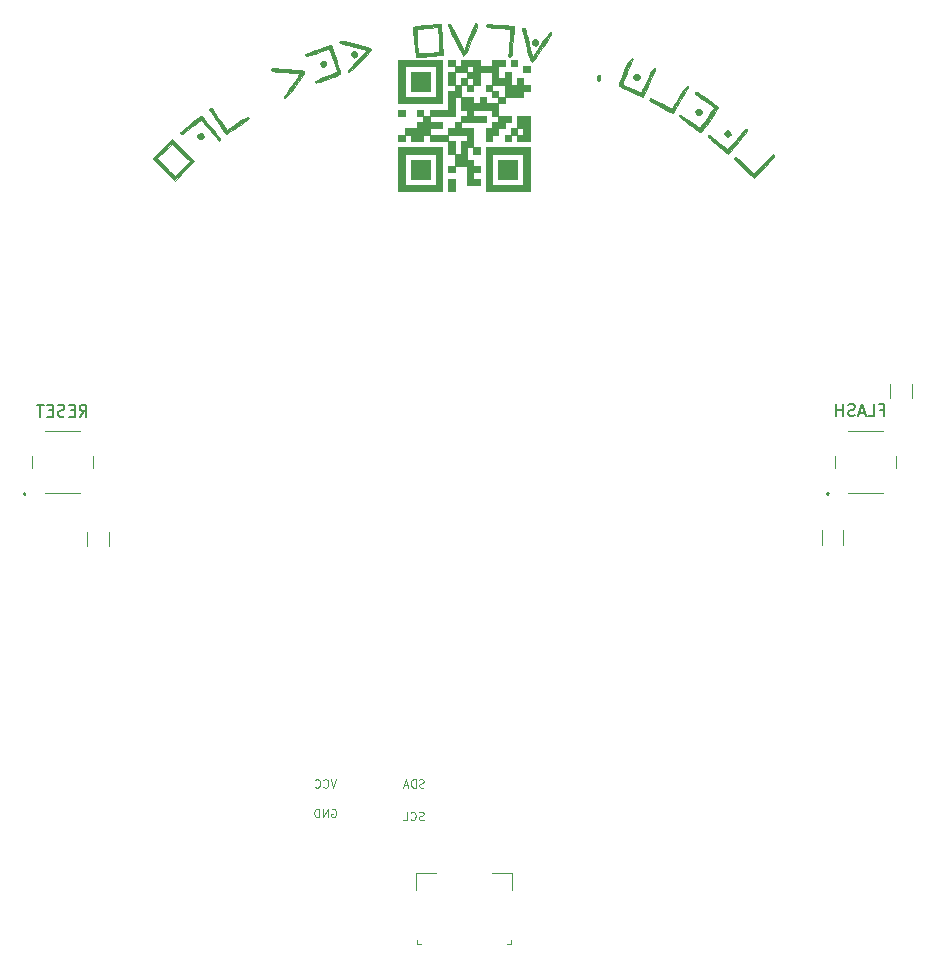
<source format=gbo>
G04 #@! TF.GenerationSoftware,KiCad,Pcbnew,(5.1.5)-3*
G04 #@! TF.CreationDate,2020-02-24T13:55:18+01:00*
G04 #@! TF.ProjectId,Badge,42616467-652e-46b6-9963-61645f706362,rev?*
G04 #@! TF.SameCoordinates,PX3473bc0PY3567e00*
G04 #@! TF.FileFunction,Legend,Bot*
G04 #@! TF.FilePolarity,Positive*
%FSLAX46Y46*%
G04 Gerber Fmt 4.6, Leading zero omitted, Abs format (unit mm)*
G04 Created by KiCad (PCBNEW (5.1.5)-3) date 2020-02-24 13:55:18*
%MOMM*%
%LPD*%
G04 APERTURE LIST*
%ADD10C,0.010000*%
%ADD11C,0.200000*%
%ADD12C,0.100000*%
%ADD13C,0.120000*%
%ADD14C,0.150000*%
G04 APERTURE END LIST*
D10*
G36*
X4505740Y25584522D02*
G01*
X2915479Y25584522D01*
X2915479Y23994261D01*
X4505740Y23994261D01*
X4505740Y25584522D01*
G37*
X4505740Y25584522D02*
X2915479Y25584522D01*
X2915479Y23994261D01*
X4505740Y23994261D01*
X4505740Y25584522D01*
G36*
X-2915478Y25584522D02*
G01*
X-4505739Y25584522D01*
X-4505739Y23994261D01*
X-2915478Y23994261D01*
X-2915478Y25584522D01*
G37*
X-2915478Y25584522D02*
X-4505739Y25584522D01*
X-4505739Y23994261D01*
X-2915478Y23994261D01*
X-2915478Y25584522D01*
G36*
X2385392Y30885392D02*
G01*
X2915479Y30885392D01*
X2915479Y31415479D01*
X2385392Y31415479D01*
X2385392Y30885392D01*
G37*
X2385392Y30885392D02*
X2915479Y30885392D01*
X2915479Y31415479D01*
X2385392Y31415479D01*
X2385392Y30885392D01*
G36*
X2385392Y31945566D02*
G01*
X1855305Y31945566D01*
X1855305Y31415479D01*
X2385392Y31415479D01*
X2385392Y31945566D01*
G37*
X2385392Y31945566D02*
X1855305Y31945566D01*
X1855305Y31415479D01*
X2385392Y31415479D01*
X2385392Y31945566D01*
G36*
X265044Y31415479D02*
G01*
X795131Y31415479D01*
X795131Y31945566D01*
X265044Y31945566D01*
X265044Y31415479D01*
G37*
X265044Y31415479D02*
X795131Y31415479D01*
X795131Y31945566D01*
X265044Y31945566D01*
X265044Y31415479D01*
G36*
X265044Y32475653D02*
G01*
X-265043Y32475653D01*
X-265043Y31945566D01*
X265044Y31945566D01*
X265044Y32475653D01*
G37*
X265044Y32475653D02*
X-265043Y32475653D01*
X-265043Y31945566D01*
X265044Y31945566D01*
X265044Y32475653D01*
G36*
X-2915478Y33005740D02*
G01*
X-4505739Y33005740D01*
X-4505739Y31415479D01*
X-2915478Y31415479D01*
X-2915478Y33005740D01*
G37*
X-2915478Y33005740D02*
X-4505739Y33005740D01*
X-4505739Y31415479D01*
X-2915478Y31415479D01*
X-2915478Y33005740D01*
G36*
X-795130Y23994261D02*
G01*
X-1325217Y23994261D01*
X-1325217Y22934087D01*
X-795130Y22934087D01*
X-795130Y23994261D01*
G37*
X-795130Y23994261D02*
X-1325217Y23994261D01*
X-1325217Y22934087D01*
X-795130Y22934087D01*
X-795130Y23994261D01*
G36*
X5565914Y26644696D02*
G01*
X1855305Y26644696D01*
X1855305Y23464174D01*
X2385392Y23464174D01*
X2385392Y26114609D01*
X5035827Y26114609D01*
X5035827Y23464174D01*
X2385392Y23464174D01*
X1855305Y23464174D01*
X1855305Y22934087D01*
X5565914Y22934087D01*
X5565914Y26644696D01*
G37*
X5565914Y26644696D02*
X1855305Y26644696D01*
X1855305Y23464174D01*
X2385392Y23464174D01*
X2385392Y26114609D01*
X5035827Y26114609D01*
X5035827Y23464174D01*
X2385392Y23464174D01*
X1855305Y23464174D01*
X1855305Y22934087D01*
X5565914Y22934087D01*
X5565914Y26644696D01*
G36*
X-1855304Y26644696D02*
G01*
X-5565913Y26644696D01*
X-5565913Y23464174D01*
X-5035826Y23464174D01*
X-5035826Y26114609D01*
X-2385391Y26114609D01*
X-2385391Y23464174D01*
X-5035826Y23464174D01*
X-5565913Y23464174D01*
X-5565913Y22934087D01*
X-1855304Y22934087D01*
X-1855304Y26644696D01*
G37*
X-1855304Y26644696D02*
X-5565913Y26644696D01*
X-5565913Y23464174D01*
X-5035826Y23464174D01*
X-5035826Y26114609D01*
X-2385391Y26114609D01*
X-2385391Y23464174D01*
X-5035826Y23464174D01*
X-5565913Y23464174D01*
X-5565913Y22934087D01*
X-1855304Y22934087D01*
X-1855304Y26644696D01*
G36*
X3445566Y27704870D02*
G01*
X3445566Y27174783D01*
X3975653Y27174783D01*
X3975653Y27704870D01*
X3445566Y27704870D01*
G37*
X3445566Y27704870D02*
X3445566Y27174783D01*
X3975653Y27174783D01*
X3975653Y27704870D01*
X3445566Y27704870D01*
G36*
X4505740Y27704870D02*
G01*
X4505740Y28234957D01*
X5035827Y28234957D01*
X5035827Y27704870D01*
X4505740Y27704870D01*
X4505740Y27174783D01*
X5565914Y27174783D01*
X5565914Y29295131D01*
X4505740Y29295131D01*
X4505740Y28234957D01*
X3975653Y28234957D01*
X3975653Y27704870D01*
X4505740Y27704870D01*
G37*
X4505740Y27704870D02*
X4505740Y28234957D01*
X5035827Y28234957D01*
X5035827Y27704870D01*
X4505740Y27704870D01*
X4505740Y27174783D01*
X5565914Y27174783D01*
X5565914Y29295131D01*
X4505740Y29295131D01*
X4505740Y28234957D01*
X3975653Y28234957D01*
X3975653Y27704870D01*
X4505740Y27704870D01*
G36*
X-5035826Y29825218D02*
G01*
X-5565913Y29825218D01*
X-5565913Y29295131D01*
X-5035826Y29295131D01*
X-5035826Y29825218D01*
G37*
X-5035826Y29825218D02*
X-5565913Y29825218D01*
X-5565913Y29295131D01*
X-5035826Y29295131D01*
X-5035826Y29825218D01*
G36*
X5565914Y33535827D02*
G01*
X5035827Y33535827D01*
X5035827Y33005740D01*
X5565914Y33005740D01*
X5565914Y33535827D01*
G37*
X5565914Y33535827D02*
X5035827Y33535827D01*
X5035827Y33005740D01*
X5565914Y33005740D01*
X5565914Y33535827D01*
G36*
X4505740Y34065914D02*
G01*
X3975653Y34065914D01*
X3975653Y33535827D01*
X4505740Y33535827D01*
X4505740Y34065914D01*
G37*
X4505740Y34065914D02*
X3975653Y34065914D01*
X3975653Y33535827D01*
X4505740Y33535827D01*
X4505740Y34065914D01*
G36*
X795131Y28234957D02*
G01*
X-265043Y28234957D01*
X-265043Y28765044D01*
X-795130Y28765044D01*
X-795130Y28234957D01*
X-1325217Y28234957D01*
X-1325217Y27704870D01*
X265044Y27704870D01*
X265044Y27174783D01*
X-265043Y27174783D01*
X-265043Y26114609D01*
X-795130Y26114609D01*
X-795130Y25054435D01*
X265044Y25054435D01*
X265044Y23464174D01*
X1325218Y23464174D01*
X1325218Y23994261D01*
X795131Y23994261D01*
X795131Y24524348D01*
X1325218Y24524348D01*
X1325218Y25054435D01*
X795131Y25054435D01*
X795131Y25584522D01*
X265044Y25584522D01*
X265044Y26644696D01*
X795131Y26644696D01*
X795131Y28234957D01*
G37*
X795131Y28234957D02*
X-265043Y28234957D01*
X-265043Y28765044D01*
X-795130Y28765044D01*
X-795130Y28234957D01*
X-1325217Y28234957D01*
X-1325217Y27704870D01*
X265044Y27704870D01*
X265044Y27174783D01*
X-265043Y27174783D01*
X-265043Y26114609D01*
X-795130Y26114609D01*
X-795130Y25054435D01*
X265044Y25054435D01*
X265044Y23464174D01*
X1325218Y23464174D01*
X1325218Y23994261D01*
X795131Y23994261D01*
X795131Y24524348D01*
X1325218Y24524348D01*
X1325218Y25054435D01*
X795131Y25054435D01*
X795131Y25584522D01*
X265044Y25584522D01*
X265044Y26644696D01*
X795131Y26644696D01*
X795131Y28234957D01*
G36*
X-3445565Y28765044D02*
G01*
X-3975652Y28765044D01*
X-3975652Y28234957D01*
X-5035826Y28234957D01*
X-5035826Y27704870D01*
X-4505739Y27704870D01*
X-4505739Y27174783D01*
X-3445565Y27174783D01*
X-3445565Y27704870D01*
X-2915478Y27704870D01*
X-2915478Y28234957D01*
X-1855304Y28234957D01*
X-1855304Y28765044D01*
X-2915478Y28765044D01*
X-2915478Y29295131D01*
X-3445565Y29295131D01*
X-3445565Y28765044D01*
G37*
X-3445565Y28765044D02*
X-3975652Y28765044D01*
X-3975652Y28234957D01*
X-5035826Y28234957D01*
X-5035826Y27704870D01*
X-4505739Y27704870D01*
X-4505739Y27174783D01*
X-3445565Y27174783D01*
X-3445565Y27704870D01*
X-2915478Y27704870D01*
X-2915478Y28234957D01*
X-1855304Y28234957D01*
X-1855304Y28765044D01*
X-2915478Y28765044D01*
X-2915478Y29295131D01*
X-3445565Y29295131D01*
X-3445565Y28765044D01*
G36*
X2915479Y30355305D02*
G01*
X1855305Y30355305D01*
X1855305Y30885392D01*
X1325218Y30885392D01*
X1325218Y30355305D01*
X795131Y30355305D01*
X795131Y30885392D01*
X-265043Y30885392D01*
X-265043Y29825218D01*
X265044Y29825218D01*
X265044Y29295131D01*
X-265043Y29295131D01*
X-265043Y28765044D01*
X1855305Y28765044D01*
X1855305Y29295131D01*
X795131Y29295131D01*
X795131Y29825218D01*
X2385392Y29825218D01*
X2385392Y29295131D01*
X2915479Y29295131D01*
X2915479Y30355305D01*
G37*
X2915479Y30355305D02*
X1855305Y30355305D01*
X1855305Y30885392D01*
X1325218Y30885392D01*
X1325218Y30355305D01*
X795131Y30355305D01*
X795131Y30885392D01*
X-265043Y30885392D01*
X-265043Y29825218D01*
X265044Y29825218D01*
X265044Y29295131D01*
X-265043Y29295131D01*
X-265043Y28765044D01*
X1855305Y28765044D01*
X1855305Y29295131D01*
X795131Y29295131D01*
X795131Y29825218D01*
X2385392Y29825218D01*
X2385392Y29295131D01*
X2915479Y29295131D01*
X2915479Y30355305D01*
G36*
X795131Y26114609D02*
G01*
X1325218Y26114609D01*
X1325218Y26644696D01*
X795131Y26644696D01*
X795131Y26114609D01*
G37*
X795131Y26114609D02*
X1325218Y26114609D01*
X1325218Y26644696D01*
X795131Y26644696D01*
X795131Y26114609D01*
G36*
X265044Y32475653D02*
G01*
X795131Y32475653D01*
X795131Y31945566D01*
X1325218Y31945566D01*
X1325218Y33005740D01*
X2385392Y33005740D01*
X2385392Y31945566D01*
X3445566Y31945566D01*
X3445566Y30885392D01*
X5035827Y30885392D01*
X5035827Y31415479D01*
X5565914Y31415479D01*
X5565914Y31945566D01*
X5035827Y31945566D01*
X5035827Y32475653D01*
X4505740Y32475653D01*
X4505740Y31945566D01*
X3975653Y31945566D01*
X3975653Y33005740D01*
X3445566Y33005740D01*
X3445566Y32475653D01*
X2915479Y32475653D01*
X2915479Y33535827D01*
X3445566Y33535827D01*
X3445566Y34065914D01*
X2385392Y34065914D01*
X2385392Y33535827D01*
X1325218Y33535827D01*
X1325218Y34065914D01*
X-265043Y34065914D01*
X-265043Y33535827D01*
X265044Y33535827D01*
X795131Y33535827D01*
X795131Y33005740D01*
X265044Y33005740D01*
X265044Y33535827D01*
X-265043Y33535827D01*
X-795130Y33535827D01*
X-795130Y33005740D01*
X265044Y33005740D01*
X265044Y32475653D01*
G37*
X265044Y32475653D02*
X795131Y32475653D01*
X795131Y31945566D01*
X1325218Y31945566D01*
X1325218Y33005740D01*
X2385392Y33005740D01*
X2385392Y31945566D01*
X3445566Y31945566D01*
X3445566Y30885392D01*
X5035827Y30885392D01*
X5035827Y31415479D01*
X5565914Y31415479D01*
X5565914Y31945566D01*
X5035827Y31945566D01*
X5035827Y32475653D01*
X4505740Y32475653D01*
X4505740Y31945566D01*
X3975653Y31945566D01*
X3975653Y33005740D01*
X3445566Y33005740D01*
X3445566Y32475653D01*
X2915479Y32475653D01*
X2915479Y33535827D01*
X3445566Y33535827D01*
X3445566Y34065914D01*
X2385392Y34065914D01*
X2385392Y33535827D01*
X1325218Y33535827D01*
X1325218Y34065914D01*
X-265043Y34065914D01*
X-265043Y33535827D01*
X265044Y33535827D01*
X795131Y33535827D01*
X795131Y33005740D01*
X265044Y33005740D01*
X265044Y33535827D01*
X-265043Y33535827D01*
X-795130Y33535827D01*
X-795130Y33005740D01*
X265044Y33005740D01*
X265044Y32475653D01*
G36*
X-3445565Y29825218D02*
G01*
X-3975652Y29825218D01*
X-3975652Y29295131D01*
X-3445565Y29295131D01*
X-3445565Y29825218D01*
G37*
X-3445565Y29825218D02*
X-3975652Y29825218D01*
X-3975652Y29295131D01*
X-3445565Y29295131D01*
X-3445565Y29825218D01*
G36*
X-2915478Y27174783D02*
G01*
X-1325217Y27174783D01*
X-1325217Y27704870D01*
X-2915478Y27704870D01*
X-2915478Y27174783D01*
G37*
X-2915478Y27174783D02*
X-1325217Y27174783D01*
X-1325217Y27704870D01*
X-2915478Y27704870D01*
X-2915478Y27174783D01*
G36*
X-1325217Y26114609D02*
G01*
X-795130Y26114609D01*
X-795130Y27174783D01*
X-1325217Y27174783D01*
X-1325217Y26114609D01*
G37*
X-1325217Y26114609D02*
X-795130Y26114609D01*
X-795130Y27174783D01*
X-1325217Y27174783D01*
X-1325217Y26114609D01*
G36*
X2915479Y28765044D02*
G01*
X2385392Y28765044D01*
X2385392Y28234957D01*
X1855305Y28234957D01*
X1855305Y27174783D01*
X2385392Y27174783D01*
X2385392Y27704870D01*
X2915479Y27704870D01*
X2915479Y28234957D01*
X3445566Y28234957D01*
X3445566Y28765044D01*
X3975653Y28765044D01*
X3975653Y29295131D01*
X2915479Y29295131D01*
X2915479Y28765044D01*
G37*
X2915479Y28765044D02*
X2385392Y28765044D01*
X2385392Y28234957D01*
X1855305Y28234957D01*
X1855305Y27174783D01*
X2385392Y27174783D01*
X2385392Y27704870D01*
X2915479Y27704870D01*
X2915479Y28234957D01*
X3445566Y28234957D01*
X3445566Y28765044D01*
X3975653Y28765044D01*
X3975653Y29295131D01*
X2915479Y29295131D01*
X2915479Y28765044D01*
G36*
X-5565913Y27704870D02*
G01*
X-5565913Y27174783D01*
X-5035826Y27174783D01*
X-5035826Y27704870D01*
X-5565913Y27704870D01*
G37*
X-5565913Y27704870D02*
X-5565913Y27174783D01*
X-5035826Y27174783D01*
X-5035826Y27704870D01*
X-5565913Y27704870D01*
G36*
X2915479Y30885392D02*
G01*
X2915479Y30355305D01*
X3445566Y30355305D01*
X3445566Y30885392D01*
X2915479Y30885392D01*
G37*
X2915479Y30885392D02*
X2915479Y30355305D01*
X3445566Y30355305D01*
X3445566Y30885392D01*
X2915479Y30885392D01*
G36*
X-1325217Y33005740D02*
G01*
X-1325217Y31945566D01*
X-795130Y31945566D01*
X-795130Y33005740D01*
X-1325217Y33005740D01*
G37*
X-1325217Y33005740D02*
X-1325217Y31945566D01*
X-795130Y31945566D01*
X-795130Y33005740D01*
X-1325217Y33005740D01*
G36*
X-795130Y31415479D02*
G01*
X-1325217Y31415479D01*
X-1325217Y29825218D01*
X-2915478Y29825218D01*
X-2915478Y29295131D01*
X-795130Y29295131D01*
X-795130Y30885392D01*
X-265043Y30885392D01*
X-265043Y31945566D01*
X-795130Y31945566D01*
X-795130Y31415479D01*
G37*
X-795130Y31415479D02*
X-1325217Y31415479D01*
X-1325217Y29825218D01*
X-2915478Y29825218D01*
X-2915478Y29295131D01*
X-795130Y29295131D01*
X-795130Y30885392D01*
X-265043Y30885392D01*
X-265043Y31945566D01*
X-795130Y31945566D01*
X-795130Y31415479D01*
G36*
X-1325217Y25054435D02*
G01*
X-1325217Y24524348D01*
X-795130Y24524348D01*
X-795130Y25054435D01*
X-1325217Y25054435D01*
G37*
X-1325217Y25054435D02*
X-1325217Y24524348D01*
X-795130Y24524348D01*
X-795130Y25054435D01*
X-1325217Y25054435D01*
G36*
X-795130Y34065914D02*
G01*
X-1325217Y34065914D01*
X-1325217Y33535827D01*
X-795130Y33535827D01*
X-795130Y34065914D01*
G37*
X-795130Y34065914D02*
X-1325217Y34065914D01*
X-1325217Y33535827D01*
X-795130Y33535827D01*
X-795130Y34065914D01*
G36*
X-1855304Y34065914D02*
G01*
X-5565913Y34065914D01*
X-5565913Y30885392D01*
X-5035826Y30885392D01*
X-5035826Y33535827D01*
X-2385391Y33535827D01*
X-2385391Y30885392D01*
X-5035826Y30885392D01*
X-5565913Y30885392D01*
X-5565913Y30355305D01*
X-1855304Y30355305D01*
X-1855304Y34065914D01*
G37*
X-1855304Y34065914D02*
X-5565913Y34065914D01*
X-5565913Y30885392D01*
X-5035826Y30885392D01*
X-5035826Y33535827D01*
X-2385391Y33535827D01*
X-2385391Y30885392D01*
X-5035826Y30885392D01*
X-5565913Y30885392D01*
X-5565913Y30355305D01*
X-1855304Y30355305D01*
X-1855304Y34065914D01*
D11*
X30800000Y-2800000D02*
G75*
G03X30800000Y-2600000I0J100000D01*
G01*
X30800000Y-2600000D02*
G75*
G03X30800000Y-2800000I0J-100000D01*
G01*
D12*
X36600000Y-500000D02*
X36600000Y500000D01*
X31400000Y-500000D02*
X31400000Y500000D01*
X32500000Y2600000D02*
X35500000Y2600000D01*
X32500000Y-2600000D02*
X35500000Y-2600000D01*
D11*
X30800000Y-2600000D02*
X30800000Y-2600000D01*
X30800000Y-2800000D02*
X30800000Y-2800000D01*
X-37200000Y-2800000D02*
G75*
G03X-37200000Y-2600000I0J100000D01*
G01*
X-37200000Y-2600000D02*
G75*
G03X-37200000Y-2800000I0J-100000D01*
G01*
D12*
X-31400000Y-500000D02*
X-31400000Y500000D01*
X-36600000Y-500000D02*
X-36600000Y500000D01*
X-35500000Y2600000D02*
X-32500000Y2600000D01*
X-35500000Y-2600000D02*
X-32500000Y-2600000D01*
D11*
X-37200000Y-2600000D02*
X-37200000Y-2600000D01*
X-37200000Y-2800000D02*
X-37200000Y-2800000D01*
D10*
G36*
X5885711Y35789298D02*
G01*
X5755828Y35666588D01*
X5733151Y35480135D01*
X5763593Y35398971D01*
X5903715Y35273194D01*
X6088364Y35242469D01*
X6208889Y35297778D01*
X6273083Y35463611D01*
X6230845Y35655184D01*
X6103913Y35787570D01*
X6081285Y35796338D01*
X5885711Y35789298D01*
G37*
X5885711Y35789298D02*
X5755828Y35666588D01*
X5733151Y35480135D01*
X5763593Y35398971D01*
X5903715Y35273194D01*
X6088364Y35242469D01*
X6208889Y35297778D01*
X6273083Y35463611D01*
X6230845Y35655184D01*
X6103913Y35787570D01*
X6081285Y35796338D01*
X5885711Y35789298D01*
G36*
X927428Y37083225D02*
G01*
X838006Y36874607D01*
X706855Y36564467D01*
X545600Y36180230D01*
X455331Y35964136D01*
X-37756Y34781939D01*
X-585900Y35942970D01*
X-783315Y36346479D01*
X-964093Y36689045D01*
X-1113124Y36944026D01*
X-1215298Y37084780D01*
X-1244355Y37104000D01*
X-1345986Y37061420D01*
X-1354666Y37034451D01*
X-1318798Y36908573D01*
X-1221350Y36670292D01*
X-1077552Y36350460D01*
X-902638Y35979925D01*
X-711838Y35589538D01*
X-520384Y35210148D01*
X-343509Y34872607D01*
X-196445Y34607763D01*
X-94422Y34446467D01*
X-59770Y34411821D01*
X17620Y34465076D01*
X137958Y34653342D01*
X305085Y34983850D01*
X522836Y35463832D01*
X631421Y35714326D01*
X846612Y36224714D01*
X995242Y36600301D01*
X1083289Y36859294D01*
X1116730Y37019903D01*
X1101541Y37100336D01*
X1089770Y37110735D01*
X983388Y37162653D01*
X963495Y37162897D01*
X927428Y37083225D01*
G37*
X927428Y37083225D02*
X838006Y36874607D01*
X706855Y36564467D01*
X545600Y36180230D01*
X455331Y35964136D01*
X-37756Y34781939D01*
X-585900Y35942970D01*
X-783315Y36346479D01*
X-964093Y36689045D01*
X-1113124Y36944026D01*
X-1215298Y37084780D01*
X-1244355Y37104000D01*
X-1345986Y37061420D01*
X-1354666Y37034451D01*
X-1318798Y36908573D01*
X-1221350Y36670292D01*
X-1077552Y36350460D01*
X-902638Y35979925D01*
X-711838Y35589538D01*
X-520384Y35210148D01*
X-343509Y34872607D01*
X-196445Y34607763D01*
X-94422Y34446467D01*
X-59770Y34411821D01*
X17620Y34465076D01*
X137958Y34653342D01*
X305085Y34983850D01*
X522836Y35463832D01*
X631421Y35714326D01*
X846612Y36224714D01*
X995242Y36600301D01*
X1083289Y36859294D01*
X1116730Y37019903D01*
X1101541Y37100336D01*
X1089770Y37110735D01*
X983388Y37162653D01*
X963495Y37162897D01*
X927428Y37083225D01*
G36*
X1867618Y37033402D02*
G01*
X1862667Y36992129D01*
X1879490Y36912923D01*
X1946904Y36854237D01*
X2090329Y36810163D01*
X2335185Y36774793D01*
X2706892Y36742220D01*
X3037087Y36719183D01*
X3915173Y36660934D01*
X3859258Y35718300D01*
X3832298Y35311354D01*
X3802994Y34945988D01*
X3775326Y34668219D01*
X3757611Y34542834D01*
X3749070Y34367194D01*
X3827818Y34310401D01*
X3840610Y34310000D01*
X3977167Y34346012D01*
X4005651Y34373500D01*
X4026342Y34480186D01*
X4052871Y34716501D01*
X4081213Y35043028D01*
X4098612Y35283667D01*
X4128571Y35697055D01*
X4161298Y36094164D01*
X4191571Y36413491D01*
X4203778Y36521741D01*
X4252295Y36913148D01*
X3332648Y36971174D01*
X2924096Y36999650D01*
X2551029Y37030470D01*
X2262876Y37059297D01*
X2137834Y37076023D01*
X1942594Y37090136D01*
X1867618Y37033402D01*
G37*
X1867618Y37033402D02*
X1862667Y36992129D01*
X1879490Y36912923D01*
X1946904Y36854237D01*
X2090329Y36810163D01*
X2335185Y36774793D01*
X2706892Y36742220D01*
X3037087Y36719183D01*
X3915173Y36660934D01*
X3859258Y35718300D01*
X3832298Y35311354D01*
X3802994Y34945988D01*
X3775326Y34668219D01*
X3757611Y34542834D01*
X3749070Y34367194D01*
X3827818Y34310401D01*
X3840610Y34310000D01*
X3977167Y34346012D01*
X4005651Y34373500D01*
X4026342Y34480186D01*
X4052871Y34716501D01*
X4081213Y35043028D01*
X4098612Y35283667D01*
X4128571Y35697055D01*
X4161298Y36094164D01*
X4191571Y36413491D01*
X4203778Y36521741D01*
X4252295Y36913148D01*
X3332648Y36971174D01*
X2924096Y36999650D01*
X2551029Y37030470D01*
X2262876Y37059297D01*
X2137834Y37076023D01*
X1942594Y37090136D01*
X1867618Y37033402D01*
G36*
X-9463314Y34739218D02*
G01*
X-9552342Y34581560D01*
X-9553574Y34573575D01*
X-9520737Y34376360D01*
X-9394540Y34246519D01*
X-9313333Y34227927D01*
X-9213521Y34267273D01*
X-9157758Y34299705D01*
X-9080393Y34430780D01*
X-9073092Y34573575D01*
X-9158450Y34735226D01*
X-9310270Y34790440D01*
X-9463314Y34739218D01*
G37*
X-9463314Y34739218D02*
X-9552342Y34581560D01*
X-9553574Y34573575D01*
X-9520737Y34376360D01*
X-9394540Y34246519D01*
X-9313333Y34227927D01*
X-9213521Y34267273D01*
X-9157758Y34299705D01*
X-9080393Y34430780D01*
X-9073092Y34573575D01*
X-9158450Y34735226D01*
X-9310270Y34790440D01*
X-9463314Y34739218D01*
G36*
X-2280645Y37073834D02*
G01*
X-2495395Y37048012D01*
X-2825491Y37016896D01*
X-3217248Y36985311D01*
X-3450166Y36968771D01*
X-3849891Y36937693D01*
X-4108001Y36904785D01*
X-4252156Y36863833D01*
X-4310019Y36808620D01*
X-4315251Y36774397D01*
X-4304951Y36595177D01*
X-4281134Y36307776D01*
X-4247565Y35948180D01*
X-4208009Y35552369D01*
X-4166230Y35156329D01*
X-4125995Y34796042D01*
X-4091068Y34507491D01*
X-4065215Y34326660D01*
X-4054607Y34283486D01*
X-3962656Y34282236D01*
X-3734936Y34294456D01*
X-3404292Y34318003D01*
X-3003569Y34350734D01*
X-2942508Y34356036D01*
X-2532277Y34395299D01*
X-2185634Y34434856D01*
X-1936168Y34470414D01*
X-1817468Y34497674D01*
X-1813333Y34500444D01*
X-1802713Y34597945D01*
X-1806433Y34828549D01*
X-2078755Y34828549D01*
X-2087993Y34733580D01*
X-2192252Y34702968D01*
X-2417994Y34669603D01*
X-2717522Y34637938D01*
X-3043138Y34612422D01*
X-3347144Y34597507D01*
X-3556000Y34596588D01*
X-3852333Y34606334D01*
X-3938563Y35608286D01*
X-3968616Y35999981D01*
X-3986602Y36324657D01*
X-3991125Y36548404D01*
X-3980896Y36637251D01*
X-3883030Y36654217D01*
X-3654233Y36678377D01*
X-3332555Y36706024D01*
X-3082675Y36724748D01*
X-2228350Y36785232D01*
X-2136984Y35780696D01*
X-2104808Y35386691D01*
X-2084860Y35057799D01*
X-2078755Y34828549D01*
X-1806433Y34828549D01*
X-1806515Y34833620D01*
X-1823423Y35177044D01*
X-1852120Y35597791D01*
X-1871137Y35835524D01*
X-1978957Y37120586D01*
X-2280645Y37073834D01*
G37*
X-2280645Y37073834D02*
X-2495395Y37048012D01*
X-2825491Y37016896D01*
X-3217248Y36985311D01*
X-3450166Y36968771D01*
X-3849891Y36937693D01*
X-4108001Y36904785D01*
X-4252156Y36863833D01*
X-4310019Y36808620D01*
X-4315251Y36774397D01*
X-4304951Y36595177D01*
X-4281134Y36307776D01*
X-4247565Y35948180D01*
X-4208009Y35552369D01*
X-4166230Y35156329D01*
X-4125995Y34796042D01*
X-4091068Y34507491D01*
X-4065215Y34326660D01*
X-4054607Y34283486D01*
X-3962656Y34282236D01*
X-3734936Y34294456D01*
X-3404292Y34318003D01*
X-3003569Y34350734D01*
X-2942508Y34356036D01*
X-2532277Y34395299D01*
X-2185634Y34434856D01*
X-1936168Y34470414D01*
X-1817468Y34497674D01*
X-1813333Y34500444D01*
X-1802713Y34597945D01*
X-1806433Y34828549D01*
X-2078755Y34828549D01*
X-2087993Y34733580D01*
X-2192252Y34702968D01*
X-2417994Y34669603D01*
X-2717522Y34637938D01*
X-3043138Y34612422D01*
X-3347144Y34597507D01*
X-3556000Y34596588D01*
X-3852333Y34606334D01*
X-3938563Y35608286D01*
X-3968616Y35999981D01*
X-3986602Y36324657D01*
X-3991125Y36548404D01*
X-3980896Y36637251D01*
X-3883030Y36654217D01*
X-3654233Y36678377D01*
X-3332555Y36706024D01*
X-3082675Y36724748D01*
X-2228350Y36785232D01*
X-2136984Y35780696D01*
X-2104808Y35386691D01*
X-2084860Y35057799D01*
X-2078755Y34828549D01*
X-1806433Y34828549D01*
X-1806515Y34833620D01*
X-1823423Y35177044D01*
X-1852120Y35597791D01*
X-1871137Y35835524D01*
X-1978957Y37120586D01*
X-2280645Y37073834D01*
G36*
X4939922Y36754583D02*
G01*
X4927122Y36705437D01*
X4939509Y36595369D01*
X4980403Y36400575D01*
X5053127Y36097250D01*
X5161002Y35661588D01*
X5208564Y35469860D01*
X5349701Y34909687D01*
X5460795Y34494763D01*
X5548740Y34205080D01*
X5620429Y34020632D01*
X5682754Y33921409D01*
X5742609Y33887406D01*
X5754022Y33886667D01*
X5827479Y33953620D01*
X5975867Y34138687D01*
X6181565Y34418180D01*
X6426951Y34768412D01*
X6601019Y35025212D01*
X6907877Y35486020D01*
X7129080Y35826494D01*
X7274606Y36066042D01*
X7354433Y36224073D01*
X7378537Y36319998D01*
X7356898Y36373224D01*
X7307852Y36400189D01*
X7228363Y36345932D01*
X7077244Y36170431D01*
X6872012Y35896408D01*
X6630182Y35546588D01*
X6513928Y35370252D01*
X6271398Y35001081D01*
X6062485Y34690652D01*
X5903667Y34462858D01*
X5811425Y34341588D01*
X5795348Y34328431D01*
X5765989Y34415336D01*
X5704162Y34634159D01*
X5618706Y34952600D01*
X5518460Y35338358D01*
X5510630Y35368951D01*
X5380584Y35877019D01*
X5284900Y36244034D01*
X5215653Y36492915D01*
X5164921Y36646577D01*
X5124779Y36727937D01*
X5087302Y36759912D01*
X5044567Y36765419D01*
X5027792Y36765334D01*
X4974586Y36766614D01*
X4939922Y36754583D01*
G37*
X4939922Y36754583D02*
X4927122Y36705437D01*
X4939509Y36595369D01*
X4980403Y36400575D01*
X5053127Y36097250D01*
X5161002Y35661588D01*
X5208564Y35469860D01*
X5349701Y34909687D01*
X5460795Y34494763D01*
X5548740Y34205080D01*
X5620429Y34020632D01*
X5682754Y33921409D01*
X5742609Y33887406D01*
X5754022Y33886667D01*
X5827479Y33953620D01*
X5975867Y34138687D01*
X6181565Y34418180D01*
X6426951Y34768412D01*
X6601019Y35025212D01*
X6907877Y35486020D01*
X7129080Y35826494D01*
X7274606Y36066042D01*
X7354433Y36224073D01*
X7378537Y36319998D01*
X7356898Y36373224D01*
X7307852Y36400189D01*
X7228363Y36345932D01*
X7077244Y36170431D01*
X6872012Y35896408D01*
X6630182Y35546588D01*
X6513928Y35370252D01*
X6271398Y35001081D01*
X6062485Y34690652D01*
X5903667Y34462858D01*
X5811425Y34341588D01*
X5795348Y34328431D01*
X5765989Y34415336D01*
X5704162Y34634159D01*
X5618706Y34952600D01*
X5518460Y35338358D01*
X5510630Y35368951D01*
X5380584Y35877019D01*
X5284900Y36244034D01*
X5215653Y36492915D01*
X5164921Y36646577D01*
X5124779Y36727937D01*
X5087302Y36759912D01*
X5044567Y36765419D01*
X5027792Y36765334D01*
X4974586Y36766614D01*
X4939922Y36754583D01*
G36*
X-12111370Y33903924D02*
G01*
X-12183052Y33743435D01*
X-12135925Y33562698D01*
X-11986916Y33415562D01*
X-11824643Y33436228D01*
X-11736328Y33507767D01*
X-11657905Y33680715D01*
X-11709100Y33852478D01*
X-11861817Y33960228D01*
X-11943636Y33971334D01*
X-12111370Y33903924D01*
G37*
X-12111370Y33903924D02*
X-12183052Y33743435D01*
X-12135925Y33562698D01*
X-11986916Y33415562D01*
X-11824643Y33436228D01*
X-11736328Y33507767D01*
X-11657905Y33680715D01*
X-11709100Y33852478D01*
X-11861817Y33960228D01*
X-11943636Y33971334D01*
X-12111370Y33903924D01*
G36*
X-10516307Y35627097D02*
G01*
X-10543994Y35566386D01*
X-10521268Y35512708D01*
X-10426568Y35457528D01*
X-10238330Y35392311D01*
X-9934991Y35308522D01*
X-9494988Y35197626D01*
X-9326607Y35156199D01*
X-8196881Y34879064D01*
X-9069736Y34003228D01*
X-9427116Y33637656D01*
X-9670199Y33370893D01*
X-9810532Y33188448D01*
X-9859663Y33075831D01*
X-9845262Y33030063D01*
X-9774357Y33021599D01*
X-9642928Y33094382D01*
X-9436815Y33259589D01*
X-9141861Y33528394D01*
X-8810966Y33846442D01*
X-8486885Y34171345D01*
X-8211376Y34464460D01*
X-8005612Y34701912D01*
X-7890766Y34859823D01*
X-7874000Y34903081D01*
X-7906754Y34967709D01*
X-8018605Y35036780D01*
X-8229934Y35117830D01*
X-8561121Y35218397D01*
X-9032548Y35346017D01*
X-9165166Y35380562D01*
X-9733371Y35521101D01*
X-10150123Y35609179D01*
X-10412391Y35644242D01*
X-10516307Y35627097D01*
G37*
X-10516307Y35627097D02*
X-10543994Y35566386D01*
X-10521268Y35512708D01*
X-10426568Y35457528D01*
X-10238330Y35392311D01*
X-9934991Y35308522D01*
X-9494988Y35197626D01*
X-9326607Y35156199D01*
X-8196881Y34879064D01*
X-9069736Y34003228D01*
X-9427116Y33637656D01*
X-9670199Y33370893D01*
X-9810532Y33188448D01*
X-9859663Y33075831D01*
X-9845262Y33030063D01*
X-9774357Y33021599D01*
X-9642928Y33094382D01*
X-9436815Y33259589D01*
X-9141861Y33528394D01*
X-8810966Y33846442D01*
X-8486885Y34171345D01*
X-8211376Y34464460D01*
X-8005612Y34701912D01*
X-7890766Y34859823D01*
X-7874000Y34903081D01*
X-7906754Y34967709D01*
X-8018605Y35036780D01*
X-8229934Y35117830D01*
X-8561121Y35218397D01*
X-9032548Y35346017D01*
X-9165166Y35380562D01*
X-9733371Y35521101D01*
X-10150123Y35609179D01*
X-10412391Y35644242D01*
X-10516307Y35627097D01*
G36*
X14520706Y32827343D02*
G01*
X14409370Y32753656D01*
X14317685Y32607493D01*
X14361511Y32466912D01*
X14524986Y32317277D01*
X14706211Y32317086D01*
X14812759Y32400291D01*
X14883332Y32579517D01*
X14829024Y32735977D01*
X14693570Y32831356D01*
X14520706Y32827343D01*
G37*
X14520706Y32827343D02*
X14409370Y32753656D01*
X14317685Y32607493D01*
X14361511Y32466912D01*
X14524986Y32317277D01*
X14706211Y32317086D01*
X14812759Y32400291D01*
X14883332Y32579517D01*
X14829024Y32735977D01*
X14693570Y32831356D01*
X14520706Y32827343D01*
G36*
X11291062Y32695323D02*
G01*
X11243084Y32535249D01*
X11254187Y32342175D01*
X11330484Y32228622D01*
X11439893Y32235188D01*
X11464056Y32255612D01*
X11501066Y32369306D01*
X11514667Y32546112D01*
X11474916Y32734038D01*
X11385476Y32783179D01*
X11291062Y32695323D01*
G37*
X11291062Y32695323D02*
X11243084Y32535249D01*
X11254187Y32342175D01*
X11330484Y32228622D01*
X11439893Y32235188D01*
X11464056Y32255612D01*
X11501066Y32369306D01*
X11514667Y32546112D01*
X11474916Y32734038D01*
X11385476Y32783179D01*
X11291062Y32695323D01*
G36*
X-11370414Y35278128D02*
G01*
X-11576973Y35213519D01*
X-11870379Y35114303D01*
X-12214937Y34993322D01*
X-12574954Y34863421D01*
X-12914735Y34737444D01*
X-13198586Y34628234D01*
X-13390814Y34548636D01*
X-13454383Y34515172D01*
X-13441622Y34431697D01*
X-13412397Y34395864D01*
X-13294191Y34387082D01*
X-13036002Y34445578D01*
X-12651651Y34567790D01*
X-12409311Y34654312D01*
X-12041792Y34782284D01*
X-11733281Y34876313D01*
X-11517329Y34927072D01*
X-11428595Y34926870D01*
X-11376567Y34822339D01*
X-11285237Y34598733D01*
X-11169671Y34297344D01*
X-11044939Y33959463D01*
X-10926110Y33626382D01*
X-10828251Y33339393D01*
X-10766431Y33139787D01*
X-10752666Y33074648D01*
X-10827603Y33016997D01*
X-11031414Y32918927D01*
X-11332597Y32794366D01*
X-11684000Y32662832D01*
X-12073598Y32514418D01*
X-12375797Y32381215D01*
X-12564221Y32275786D01*
X-12615333Y32219197D01*
X-12601885Y32154364D01*
X-12545850Y32125930D01*
X-12423690Y32138789D01*
X-12211867Y32197835D01*
X-11886843Y32307964D01*
X-11472333Y32456890D01*
X-11099811Y32595719D01*
X-10785968Y32719186D01*
X-10565201Y32813327D01*
X-10473387Y32862495D01*
X-10482772Y32954015D01*
X-10539012Y33170167D01*
X-10630634Y33476613D01*
X-10746161Y33839013D01*
X-10874119Y34223031D01*
X-11003032Y34594329D01*
X-11121425Y34918567D01*
X-11217822Y35161410D01*
X-11280748Y35288518D01*
X-11286395Y35295285D01*
X-11370414Y35278128D01*
G37*
X-11370414Y35278128D02*
X-11576973Y35213519D01*
X-11870379Y35114303D01*
X-12214937Y34993322D01*
X-12574954Y34863421D01*
X-12914735Y34737444D01*
X-13198586Y34628234D01*
X-13390814Y34548636D01*
X-13454383Y34515172D01*
X-13441622Y34431697D01*
X-13412397Y34395864D01*
X-13294191Y34387082D01*
X-13036002Y34445578D01*
X-12651651Y34567790D01*
X-12409311Y34654312D01*
X-12041792Y34782284D01*
X-11733281Y34876313D01*
X-11517329Y34927072D01*
X-11428595Y34926870D01*
X-11376567Y34822339D01*
X-11285237Y34598733D01*
X-11169671Y34297344D01*
X-11044939Y33959463D01*
X-10926110Y33626382D01*
X-10828251Y33339393D01*
X-10766431Y33139787D01*
X-10752666Y33074648D01*
X-10827603Y33016997D01*
X-11031414Y32918927D01*
X-11332597Y32794366D01*
X-11684000Y32662832D01*
X-12073598Y32514418D01*
X-12375797Y32381215D01*
X-12564221Y32275786D01*
X-12615333Y32219197D01*
X-12601885Y32154364D01*
X-12545850Y32125930D01*
X-12423690Y32138789D01*
X-12211867Y32197835D01*
X-11886843Y32307964D01*
X-11472333Y32456890D01*
X-11099811Y32595719D01*
X-10785968Y32719186D01*
X-10565201Y32813327D01*
X-10473387Y32862495D01*
X-10482772Y32954015D01*
X-10539012Y33170167D01*
X-10630634Y33476613D01*
X-10746161Y33839013D01*
X-10874119Y34223031D01*
X-11003032Y34594329D01*
X-11121425Y34918567D01*
X-11217822Y35161410D01*
X-11280748Y35288518D01*
X-11286395Y35295285D01*
X-11370414Y35278128D01*
G36*
X14118602Y34152814D02*
G01*
X13997130Y33957012D01*
X13843380Y33670563D01*
X13672461Y33326103D01*
X13499479Y32956267D01*
X13339544Y32593691D01*
X13207762Y32271011D01*
X13119242Y32020863D01*
X13089091Y31875881D01*
X13095645Y31855524D01*
X13192068Y31800949D01*
X13404729Y31695545D01*
X13697427Y31555994D01*
X14033958Y31398977D01*
X14378122Y31241175D01*
X14693715Y31099269D01*
X14944535Y30989939D01*
X15094379Y30929866D01*
X15118748Y30923334D01*
X15176800Y30991820D01*
X15234067Y31113834D01*
X15298646Y31263912D01*
X15418178Y31528739D01*
X15575194Y31869998D01*
X15739972Y32223291D01*
X15947147Y32674119D01*
X16081769Y32994598D01*
X16149444Y33204597D01*
X16155779Y33323983D01*
X16106383Y33372624D01*
X16065500Y33376696D01*
X15991952Y33302898D01*
X15869714Y33103365D01*
X15715732Y32808455D01*
X15546956Y32448527D01*
X15545353Y32444933D01*
X15375574Y32071125D01*
X15222656Y31747552D01*
X15103738Y31509650D01*
X15037353Y31394602D01*
X14970210Y31347325D01*
X14856644Y31350441D01*
X14665678Y31411948D01*
X14366338Y31539846D01*
X14224000Y31604637D01*
X13900494Y31752377D01*
X13632765Y31873051D01*
X13459846Y31949142D01*
X13420770Y31965126D01*
X13423924Y32047962D01*
X13490634Y32254319D01*
X13610129Y32555569D01*
X13771637Y32923084D01*
X13822937Y33033997D01*
X14001323Y33420908D01*
X14150247Y33754116D01*
X14256399Y34003065D01*
X14306471Y34137198D01*
X14308667Y34149142D01*
X14240777Y34218435D01*
X14192689Y34225334D01*
X14118602Y34152814D01*
G37*
X14118602Y34152814D02*
X13997130Y33957012D01*
X13843380Y33670563D01*
X13672461Y33326103D01*
X13499479Y32956267D01*
X13339544Y32593691D01*
X13207762Y32271011D01*
X13119242Y32020863D01*
X13089091Y31875881D01*
X13095645Y31855524D01*
X13192068Y31800949D01*
X13404729Y31695545D01*
X13697427Y31555994D01*
X14033958Y31398977D01*
X14378122Y31241175D01*
X14693715Y31099269D01*
X14944535Y30989939D01*
X15094379Y30929866D01*
X15118748Y30923334D01*
X15176800Y30991820D01*
X15234067Y31113834D01*
X15298646Y31263912D01*
X15418178Y31528739D01*
X15575194Y31869998D01*
X15739972Y32223291D01*
X15947147Y32674119D01*
X16081769Y32994598D01*
X16149444Y33204597D01*
X16155779Y33323983D01*
X16106383Y33372624D01*
X16065500Y33376696D01*
X15991952Y33302898D01*
X15869714Y33103365D01*
X15715732Y32808455D01*
X15546956Y32448527D01*
X15545353Y32444933D01*
X15375574Y32071125D01*
X15222656Y31747552D01*
X15103738Y31509650D01*
X15037353Y31394602D01*
X14970210Y31347325D01*
X14856644Y31350441D01*
X14665678Y31411948D01*
X14366338Y31539846D01*
X14224000Y31604637D01*
X13900494Y31752377D01*
X13632765Y31873051D01*
X13459846Y31949142D01*
X13420770Y31965126D01*
X13423924Y32047962D01*
X13490634Y32254319D01*
X13610129Y32555569D01*
X13771637Y32923084D01*
X13822937Y33033997D01*
X14001323Y33420908D01*
X14150247Y33754116D01*
X14256399Y34003065D01*
X14306471Y34137198D01*
X14308667Y34149142D01*
X14240777Y34218435D01*
X14192689Y34225334D01*
X14118602Y34152814D01*
G36*
X-16335636Y33308423D02*
G01*
X-16340666Y33266795D01*
X-16325363Y33190082D01*
X-16263320Y33132675D01*
X-16130341Y33089528D01*
X-15902227Y33055595D01*
X-15554780Y33025831D01*
X-15063802Y32995191D01*
X-15028333Y32993162D01*
X-14629201Y32967910D01*
X-14293323Y32941964D01*
X-14055976Y32918372D01*
X-13952440Y32900184D01*
X-13952416Y32900171D01*
X-13976906Y32822826D01*
X-14085552Y32634917D01*
X-14262128Y32362248D01*
X-14490408Y32030628D01*
X-14566250Y31923921D01*
X-14812293Y31575561D01*
X-15018073Y31275337D01*
X-15165463Y31050379D01*
X-15236334Y30927811D01*
X-15240000Y30915700D01*
X-15210192Y30816691D01*
X-15117091Y30840187D01*
X-14955178Y30991596D01*
X-14718931Y31276329D01*
X-14402833Y31699796D01*
X-14313866Y31823523D01*
X-14049738Y32199616D01*
X-13824902Y32532452D01*
X-13656439Y32795732D01*
X-13561427Y32963153D01*
X-13546666Y33004934D01*
X-13565334Y33073688D01*
X-13637471Y33125481D01*
X-13787280Y33164967D01*
X-14038965Y33196799D01*
X-14416727Y33225632D01*
X-14816666Y33249155D01*
X-15235194Y33274985D01*
X-15617446Y33303572D01*
X-15916248Y33331102D01*
X-16065500Y33350141D01*
X-16260622Y33364727D01*
X-16335636Y33308423D01*
G37*
X-16335636Y33308423D02*
X-16340666Y33266795D01*
X-16325363Y33190082D01*
X-16263320Y33132675D01*
X-16130341Y33089528D01*
X-15902227Y33055595D01*
X-15554780Y33025831D01*
X-15063802Y32995191D01*
X-15028333Y32993162D01*
X-14629201Y32967910D01*
X-14293323Y32941964D01*
X-14055976Y32918372D01*
X-13952440Y32900184D01*
X-13952416Y32900171D01*
X-13976906Y32822826D01*
X-14085552Y32634917D01*
X-14262128Y32362248D01*
X-14490408Y32030628D01*
X-14566250Y31923921D01*
X-14812293Y31575561D01*
X-15018073Y31275337D01*
X-15165463Y31050379D01*
X-15236334Y30927811D01*
X-15240000Y30915700D01*
X-15210192Y30816691D01*
X-15117091Y30840187D01*
X-14955178Y30991596D01*
X-14718931Y31276329D01*
X-14402833Y31699796D01*
X-14313866Y31823523D01*
X-14049738Y32199616D01*
X-13824902Y32532452D01*
X-13656439Y32795732D01*
X-13561427Y32963153D01*
X-13546666Y33004934D01*
X-13565334Y33073688D01*
X-13637471Y33125481D01*
X-13787280Y33164967D01*
X-14038965Y33196799D01*
X-14416727Y33225632D01*
X-14816666Y33249155D01*
X-15235194Y33274985D01*
X-15617446Y33303572D01*
X-15916248Y33331102D01*
X-16065500Y33350141D01*
X-16260622Y33364727D01*
X-16335636Y33308423D01*
G36*
X18754667Y31784074D02*
G01*
X18607738Y31590274D01*
X18419777Y31300234D01*
X18209387Y30940921D01*
X18199930Y30923986D01*
X17996181Y30565732D01*
X17816246Y30262924D01*
X17678641Y30045800D01*
X17601884Y29944595D01*
X17598751Y29942303D01*
X17496474Y29961263D01*
X17280540Y30051105D01*
X16983348Y30197028D01*
X16662553Y30370022D01*
X16240285Y30596969D01*
X15947055Y30730904D01*
X15773135Y30775861D01*
X15720583Y30760449D01*
X15661983Y30664126D01*
X15668978Y30640110D01*
X15747910Y30591879D01*
X15941481Y30478493D01*
X16217218Y30318648D01*
X16542646Y30131040D01*
X16885289Y29934365D01*
X17212673Y29747319D01*
X17492323Y29588597D01*
X17625953Y29513473D01*
X17685272Y29571784D01*
X17811010Y29753776D01*
X17987563Y30034987D01*
X18199329Y30390958D01*
X18324453Y30608508D01*
X18546248Y31002311D01*
X18734770Y31344081D01*
X18875513Y31606955D01*
X18953968Y31764067D01*
X18965334Y31795204D01*
X18896666Y31848463D01*
X18841960Y31854667D01*
X18754667Y31784074D01*
G37*
X18754667Y31784074D02*
X18607738Y31590274D01*
X18419777Y31300234D01*
X18209387Y30940921D01*
X18199930Y30923986D01*
X17996181Y30565732D01*
X17816246Y30262924D01*
X17678641Y30045800D01*
X17601884Y29944595D01*
X17598751Y29942303D01*
X17496474Y29961263D01*
X17280540Y30051105D01*
X16983348Y30197028D01*
X16662553Y30370022D01*
X16240285Y30596969D01*
X15947055Y30730904D01*
X15773135Y30775861D01*
X15720583Y30760449D01*
X15661983Y30664126D01*
X15668978Y30640110D01*
X15747910Y30591879D01*
X15941481Y30478493D01*
X16217218Y30318648D01*
X16542646Y30131040D01*
X16885289Y29934365D01*
X17212673Y29747319D01*
X17492323Y29588597D01*
X17625953Y29513473D01*
X17685272Y29571784D01*
X17811010Y29753776D01*
X17987563Y30034987D01*
X18199329Y30390958D01*
X18324453Y30608508D01*
X18546248Y31002311D01*
X18734770Y31344081D01*
X18875513Y31606955D01*
X18953968Y31764067D01*
X18965334Y31795204D01*
X18896666Y31848463D01*
X18841960Y31854667D01*
X18754667Y31784074D01*
G36*
X19660505Y29836246D02*
G01*
X19574029Y29680229D01*
X19614260Y29491250D01*
X19758322Y29383468D01*
X19947855Y29389429D01*
X20022347Y29430232D01*
X20127942Y29583966D01*
X20111442Y29728208D01*
X19997379Y29868417D01*
X19824439Y29902409D01*
X19660505Y29836246D01*
G37*
X19660505Y29836246D02*
X19574029Y29680229D01*
X19614260Y29491250D01*
X19758322Y29383468D01*
X19947855Y29389429D01*
X20022347Y29430232D01*
X20127942Y29583966D01*
X20111442Y29728208D01*
X19997379Y29868417D01*
X19824439Y29902409D01*
X19660505Y29836246D01*
G36*
X19543562Y31297982D02*
G01*
X19522893Y31273692D01*
X19568389Y31196763D01*
X19729900Y31048230D01*
X19981941Y30849499D01*
X20298165Y30622564D01*
X20623197Y30398302D01*
X20894046Y30210494D01*
X21082046Y30079080D01*
X21158271Y30024235D01*
X21133682Y29942230D01*
X21027558Y29759219D01*
X20862964Y29507366D01*
X20662962Y29218829D01*
X20450617Y28925770D01*
X20248991Y28660349D01*
X20081148Y28454728D01*
X19970152Y28341067D01*
X19942552Y28328984D01*
X19839895Y28388814D01*
X19630823Y28523507D01*
X19348178Y28711582D01*
X19097627Y28881616D01*
X18729695Y29130203D01*
X18477949Y29289750D01*
X18321023Y29369975D01*
X18237552Y29380598D01*
X18206169Y29331338D01*
X18203334Y29288435D01*
X18268759Y29207430D01*
X18443747Y29056439D01*
X18696364Y28858500D01*
X18994678Y28636648D01*
X19306756Y28413920D01*
X19600665Y28213350D01*
X19844473Y28057977D01*
X20006247Y27970835D01*
X20044811Y27960000D01*
X20117108Y28026210D01*
X20264683Y28208258D01*
X20468609Y28481276D01*
X20709957Y28820393D01*
X20812874Y28969180D01*
X21059283Y29332976D01*
X21267033Y29648626D01*
X21418982Y29889385D01*
X21497991Y30028511D01*
X21505334Y30049557D01*
X21439809Y30118724D01*
X21264600Y30258162D01*
X21011760Y30445486D01*
X20713338Y30658311D01*
X20401387Y30874251D01*
X20107956Y31070921D01*
X19865099Y31225936D01*
X19704864Y31316910D01*
X19671728Y31330188D01*
X19543562Y31297982D01*
G37*
X19543562Y31297982D02*
X19522893Y31273692D01*
X19568389Y31196763D01*
X19729900Y31048230D01*
X19981941Y30849499D01*
X20298165Y30622564D01*
X20623197Y30398302D01*
X20894046Y30210494D01*
X21082046Y30079080D01*
X21158271Y30024235D01*
X21133682Y29942230D01*
X21027558Y29759219D01*
X20862964Y29507366D01*
X20662962Y29218829D01*
X20450617Y28925770D01*
X20248991Y28660349D01*
X20081148Y28454728D01*
X19970152Y28341067D01*
X19942552Y28328984D01*
X19839895Y28388814D01*
X19630823Y28523507D01*
X19348178Y28711582D01*
X19097627Y28881616D01*
X18729695Y29130203D01*
X18477949Y29289750D01*
X18321023Y29369975D01*
X18237552Y29380598D01*
X18206169Y29331338D01*
X18203334Y29288435D01*
X18268759Y29207430D01*
X18443747Y29056439D01*
X18696364Y28858500D01*
X18994678Y28636648D01*
X19306756Y28413920D01*
X19600665Y28213350D01*
X19844473Y28057977D01*
X20006247Y27970835D01*
X20044811Y27960000D01*
X20117108Y28026210D01*
X20264683Y28208258D01*
X20468609Y28481276D01*
X20709957Y28820393D01*
X20812874Y28969180D01*
X21059283Y29332976D01*
X21267033Y29648626D01*
X21418982Y29889385D01*
X21497991Y30028511D01*
X21505334Y30049557D01*
X21439809Y30118724D01*
X21264600Y30258162D01*
X21011760Y30445486D01*
X20713338Y30658311D01*
X20401387Y30874251D01*
X20107956Y31070921D01*
X19865099Y31225936D01*
X19704864Y31316910D01*
X19671728Y31330188D01*
X19543562Y31297982D01*
G36*
X-21539054Y29964687D02*
G01*
X-21574804Y29918508D01*
X-21550877Y29815429D01*
X-21457239Y29636981D01*
X-21283853Y29364699D01*
X-21020684Y28980115D01*
X-20945710Y28872850D01*
X-20687007Y28505183D01*
X-20461275Y28187077D01*
X-20286929Y27944279D01*
X-20182387Y27802532D01*
X-20162611Y27778149D01*
X-20077378Y27803660D01*
X-19883015Y27912513D01*
X-19606974Y28087956D01*
X-19276711Y28313240D01*
X-19219824Y28353392D01*
X-18812049Y28643406D01*
X-18525786Y28851247D01*
X-18344174Y28992349D01*
X-18250355Y29082148D01*
X-18227470Y29136079D01*
X-18258660Y29169579D01*
X-18306016Y29190052D01*
X-18437002Y29164100D01*
X-18679947Y29040101D01*
X-19016505Y28828143D01*
X-19224811Y28684827D01*
X-19541660Y28464271D01*
X-19806449Y28285332D01*
X-19989660Y28167602D01*
X-20060470Y28130170D01*
X-20119456Y28194971D01*
X-20252484Y28368286D01*
X-20437439Y28619246D01*
X-20652204Y28916983D01*
X-20874664Y29230628D01*
X-21082702Y29529313D01*
X-21254203Y29782169D01*
X-21348621Y29928111D01*
X-21462510Y29978736D01*
X-21539054Y29964687D01*
G37*
X-21539054Y29964687D02*
X-21574804Y29918508D01*
X-21550877Y29815429D01*
X-21457239Y29636981D01*
X-21283853Y29364699D01*
X-21020684Y28980115D01*
X-20945710Y28872850D01*
X-20687007Y28505183D01*
X-20461275Y28187077D01*
X-20286929Y27944279D01*
X-20182387Y27802532D01*
X-20162611Y27778149D01*
X-20077378Y27803660D01*
X-19883015Y27912513D01*
X-19606974Y28087956D01*
X-19276711Y28313240D01*
X-19219824Y28353392D01*
X-18812049Y28643406D01*
X-18525786Y28851247D01*
X-18344174Y28992349D01*
X-18250355Y29082148D01*
X-18227470Y29136079D01*
X-18258660Y29169579D01*
X-18306016Y29190052D01*
X-18437002Y29164100D01*
X-18679947Y29040101D01*
X-19016505Y28828143D01*
X-19224811Y28684827D01*
X-19541660Y28464271D01*
X-19806449Y28285332D01*
X-19989660Y28167602D01*
X-20060470Y28130170D01*
X-20119456Y28194971D01*
X-20252484Y28368286D01*
X-20437439Y28619246D01*
X-20652204Y28916983D01*
X-20874664Y29230628D01*
X-21082702Y29529313D01*
X-21254203Y29782169D01*
X-21348621Y29928111D01*
X-21462510Y29978736D01*
X-21539054Y29964687D01*
G36*
X22165833Y28035658D02*
G01*
X22034767Y27894691D01*
X22035299Y27727374D01*
X22153166Y27593371D01*
X22281233Y27552911D01*
X22467866Y27571152D01*
X22563292Y27705157D01*
X22566775Y27715793D01*
X22561890Y27915631D01*
X22440212Y28046339D01*
X22251737Y28068033D01*
X22165833Y28035658D01*
G37*
X22165833Y28035658D02*
X22034767Y27894691D01*
X22035299Y27727374D01*
X22153166Y27593371D01*
X22281233Y27552911D01*
X22467866Y27571152D01*
X22563292Y27705157D01*
X22566775Y27715793D01*
X22561890Y27915631D01*
X22440212Y28046339D01*
X22251737Y28068033D01*
X22165833Y28035658D01*
G36*
X-22500411Y27802810D02*
G01*
X-22599638Y27610274D01*
X-22606000Y27532721D01*
X-22535602Y27413947D01*
X-22373933Y27352255D01*
X-22195277Y27369162D01*
X-22141653Y27398232D01*
X-22037442Y27555393D01*
X-22060808Y27727744D01*
X-22189660Y27851273D01*
X-22306313Y27875334D01*
X-22500411Y27802810D01*
G37*
X-22500411Y27802810D02*
X-22599638Y27610274D01*
X-22606000Y27532721D01*
X-22535602Y27413947D01*
X-22373933Y27352255D01*
X-22195277Y27369162D01*
X-22141653Y27398232D01*
X-22037442Y27555393D01*
X-22060808Y27727744D01*
X-22189660Y27851273D01*
X-22306313Y27875334D01*
X-22500411Y27802810D01*
G36*
X-22360574Y29263350D02*
G01*
X-22549714Y29123143D01*
X-22814533Y28914662D01*
X-23128293Y28658523D01*
X-23171724Y28622432D01*
X-23487574Y28359538D01*
X-23754212Y28137844D01*
X-23945823Y27978796D01*
X-24036594Y27903840D01*
X-24039688Y27901354D01*
X-24022780Y27827467D01*
X-23980218Y27776353D01*
X-23895262Y27758289D01*
X-23743761Y27828453D01*
X-23505749Y27998358D01*
X-23280447Y28179931D01*
X-22987571Y28420922D01*
X-22722071Y28636771D01*
X-22526618Y28792881D01*
X-22476942Y28831356D01*
X-22277050Y28983046D01*
X-21532687Y28090523D01*
X-21257645Y27765682D01*
X-21019504Y27493708D01*
X-20839668Y27298354D01*
X-20739541Y27203377D01*
X-20728492Y27198000D01*
X-20632941Y27257979D01*
X-20621676Y27274021D01*
X-20657706Y27358845D01*
X-20782443Y27543630D01*
X-20973413Y27800620D01*
X-21208142Y28102056D01*
X-21464157Y28420179D01*
X-21718982Y28727232D01*
X-21950145Y28995456D01*
X-22135171Y29197093D01*
X-22251587Y29304385D01*
X-22273854Y29314667D01*
X-22360574Y29263350D01*
G37*
X-22360574Y29263350D02*
X-22549714Y29123143D01*
X-22814533Y28914662D01*
X-23128293Y28658523D01*
X-23171724Y28622432D01*
X-23487574Y28359538D01*
X-23754212Y28137844D01*
X-23945823Y27978796D01*
X-24036594Y27903840D01*
X-24039688Y27901354D01*
X-24022780Y27827467D01*
X-23980218Y27776353D01*
X-23895262Y27758289D01*
X-23743761Y27828453D01*
X-23505749Y27998358D01*
X-23280447Y28179931D01*
X-22987571Y28420922D01*
X-22722071Y28636771D01*
X-22526618Y28792881D01*
X-22476942Y28831356D01*
X-22277050Y28983046D01*
X-21532687Y28090523D01*
X-21257645Y27765682D01*
X-21019504Y27493708D01*
X-20839668Y27298354D01*
X-20739541Y27203377D01*
X-20728492Y27198000D01*
X-20632941Y27257979D01*
X-20621676Y27274021D01*
X-20657706Y27358845D01*
X-20782443Y27543630D01*
X-20973413Y27800620D01*
X-21208142Y28102056D01*
X-21464157Y28420179D01*
X-21718982Y28727232D01*
X-21950145Y28995456D01*
X-22135171Y29197093D01*
X-22251587Y29304385D01*
X-22273854Y29314667D01*
X-22360574Y29263350D01*
G36*
X23807182Y28152286D02*
G01*
X23646102Y27983052D01*
X23421427Y27730165D01*
X23154773Y27417489D01*
X23075014Y27321854D01*
X22773254Y26962880D01*
X22557025Y26720124D01*
X22407348Y26576570D01*
X22305241Y26515204D01*
X22231724Y26519009D01*
X22201385Y26538687D01*
X22080352Y26638388D01*
X21865165Y26816272D01*
X21592005Y27042418D01*
X21429794Y27176834D01*
X21113723Y27435700D01*
X20900952Y27598030D01*
X20766375Y27677678D01*
X20684885Y27688497D01*
X20631377Y27644341D01*
X20618343Y27624584D01*
X20664505Y27551323D01*
X20813915Y27396444D01*
X21038153Y27184805D01*
X21308802Y26941267D01*
X21597442Y26690690D01*
X21875654Y26457934D01*
X22115021Y26267858D01*
X22287122Y26145323D01*
X22343467Y26115492D01*
X22418151Y26169119D01*
X22578362Y26332927D01*
X22803957Y26584781D01*
X23074792Y26902546D01*
X23224318Y27083427D01*
X23560773Y27501781D01*
X23792047Y27808825D01*
X23926486Y28018889D01*
X23972440Y28146299D01*
X23938255Y28205385D01*
X23883051Y28214000D01*
X23807182Y28152286D01*
G37*
X23807182Y28152286D02*
X23646102Y27983052D01*
X23421427Y27730165D01*
X23154773Y27417489D01*
X23075014Y27321854D01*
X22773254Y26962880D01*
X22557025Y26720124D01*
X22407348Y26576570D01*
X22305241Y26515204D01*
X22231724Y26519009D01*
X22201385Y26538687D01*
X22080352Y26638388D01*
X21865165Y26816272D01*
X21592005Y27042418D01*
X21429794Y27176834D01*
X21113723Y27435700D01*
X20900952Y27598030D01*
X20766375Y27677678D01*
X20684885Y27688497D01*
X20631377Y27644341D01*
X20618343Y27624584D01*
X20664505Y27551323D01*
X20813915Y27396444D01*
X21038153Y27184805D01*
X21308802Y26941267D01*
X21597442Y26690690D01*
X21875654Y26457934D01*
X22115021Y26267858D01*
X22287122Y26145323D01*
X22343467Y26115492D01*
X22418151Y26169119D01*
X22578362Y26332927D01*
X22803957Y26584781D01*
X23074792Y26902546D01*
X23224318Y27083427D01*
X23560773Y27501781D01*
X23792047Y27808825D01*
X23926486Y28018889D01*
X23972440Y28146299D01*
X23938255Y28205385D01*
X23883051Y28214000D01*
X23807182Y28152286D01*
G36*
X26083082Y25979125D02*
G01*
X25902946Y25826319D01*
X25642414Y25569655D01*
X25345856Y25259949D01*
X24526753Y24391655D01*
X23786972Y25128009D01*
X23418363Y25479093D01*
X23147579Y25699629D01*
X22968870Y25793031D01*
X22876484Y25762714D01*
X22860000Y25678316D01*
X22918979Y25597981D01*
X23080499Y25427423D01*
X23321437Y25189916D01*
X23618669Y24908738D01*
X23691553Y24841269D01*
X24523105Y24074579D01*
X25445550Y24999893D01*
X25809596Y25370875D01*
X26061472Y25643018D01*
X26213729Y25832019D01*
X26278914Y25953576D01*
X26269580Y26023387D01*
X26266477Y26026724D01*
X26198900Y26041464D01*
X26083082Y25979125D01*
G37*
X26083082Y25979125D02*
X25902946Y25826319D01*
X25642414Y25569655D01*
X25345856Y25259949D01*
X24526753Y24391655D01*
X23786972Y25128009D01*
X23418363Y25479093D01*
X23147579Y25699629D01*
X22968870Y25793031D01*
X22876484Y25762714D01*
X22860000Y25678316D01*
X22918979Y25597981D01*
X23080499Y25427423D01*
X23321437Y25189916D01*
X23618669Y24908738D01*
X23691553Y24841269D01*
X24523105Y24074579D01*
X25445550Y24999893D01*
X25809596Y25370875D01*
X26061472Y25643018D01*
X26213729Y25832019D01*
X26278914Y25953576D01*
X26269580Y26023387D01*
X26266477Y26026724D01*
X26198900Y26041464D01*
X26083082Y25979125D01*
G36*
X-26372653Y25673928D02*
G01*
X-24508939Y23810214D01*
X-23684504Y24637753D01*
X-22860070Y25465292D01*
X-22860869Y25466089D01*
X-23198892Y25466089D01*
X-23810493Y24850378D01*
X-24069166Y24593905D01*
X-24282519Y24389747D01*
X-24423544Y24263316D01*
X-24464872Y24234667D01*
X-24537740Y24290960D01*
X-24705495Y24444553D01*
X-24943780Y24672521D01*
X-25228237Y24951938D01*
X-25251871Y24975441D01*
X-25996093Y25716214D01*
X-24680333Y26930826D01*
X-23939612Y26198457D01*
X-23198892Y25466089D01*
X-22860869Y25466089D01*
X-23791820Y26394152D01*
X-24723569Y27323012D01*
X-26372653Y25673928D01*
G37*
X-26372653Y25673928D02*
X-24508939Y23810214D01*
X-23684504Y24637753D01*
X-22860070Y25465292D01*
X-22860869Y25466089D01*
X-23198892Y25466089D01*
X-23810493Y24850378D01*
X-24069166Y24593905D01*
X-24282519Y24389747D01*
X-24423544Y24263316D01*
X-24464872Y24234667D01*
X-24537740Y24290960D01*
X-24705495Y24444553D01*
X-24943780Y24672521D01*
X-25228237Y24951938D01*
X-25251871Y24975441D01*
X-25996093Y25716214D01*
X-24680333Y26930826D01*
X-23939612Y26198457D01*
X-23198892Y25466089D01*
X-22860869Y25466089D01*
X-23791820Y26394152D01*
X-24723569Y27323012D01*
X-26372653Y25673928D01*
D12*
X-4014908Y-40461848D02*
X-4014908Y-40841848D01*
X-4014908Y-40841848D02*
X-3644908Y-40841848D01*
X4013324Y-40840000D02*
X3643324Y-40840000D01*
X4013324Y-40460000D02*
X4013324Y-40840000D01*
X-4060000Y-34780000D02*
X-4060000Y-36250000D01*
X-4060000Y-34780000D02*
X-2400000Y-34780000D01*
X4050000Y-34790000D02*
X2400000Y-34790000D01*
X4050000Y-34800000D02*
X4050000Y-36250000D01*
D13*
X37910000Y6602064D02*
X37910000Y5397936D01*
X36090000Y6602064D02*
X36090000Y5397936D01*
X32110000Y-5797936D02*
X32110000Y-7002064D01*
X30290000Y-5797936D02*
X30290000Y-7002064D01*
X-31910000Y-7102064D02*
X-31910000Y-5897936D01*
X-30090000Y-7102064D02*
X-30090000Y-5897936D01*
D12*
X-10816667Y-26866666D02*
X-11050000Y-27566666D01*
X-11283334Y-26866666D01*
X-11916667Y-27500000D02*
X-11883334Y-27533333D01*
X-11783334Y-27566666D01*
X-11716667Y-27566666D01*
X-11616667Y-27533333D01*
X-11550000Y-27466666D01*
X-11516667Y-27400000D01*
X-11483334Y-27266666D01*
X-11483334Y-27166666D01*
X-11516667Y-27033333D01*
X-11550000Y-26966666D01*
X-11616667Y-26900000D01*
X-11716667Y-26866666D01*
X-11783334Y-26866666D01*
X-11883334Y-26900000D01*
X-11916667Y-26933333D01*
X-12616667Y-27500000D02*
X-12583334Y-27533333D01*
X-12483334Y-27566666D01*
X-12416667Y-27566666D01*
X-12316667Y-27533333D01*
X-12250000Y-27466666D01*
X-12216667Y-27400000D01*
X-12183334Y-27266666D01*
X-12183334Y-27166666D01*
X-12216667Y-27033333D01*
X-12250000Y-26966666D01*
X-12316667Y-26900000D01*
X-12416667Y-26866666D01*
X-12483334Y-26866666D01*
X-12583334Y-26900000D01*
X-12616667Y-26933333D01*
X-11216667Y-29400000D02*
X-11150000Y-29366666D01*
X-11050000Y-29366666D01*
X-10950000Y-29400000D01*
X-10883334Y-29466666D01*
X-10850000Y-29533333D01*
X-10816667Y-29666666D01*
X-10816667Y-29766666D01*
X-10850000Y-29900000D01*
X-10883334Y-29966666D01*
X-10950000Y-30033333D01*
X-11050000Y-30066666D01*
X-11116667Y-30066666D01*
X-11216667Y-30033333D01*
X-11250000Y-30000000D01*
X-11250000Y-29766666D01*
X-11116667Y-29766666D01*
X-11550000Y-30066666D02*
X-11550000Y-29366666D01*
X-11950000Y-30066666D01*
X-11950000Y-29366666D01*
X-12283334Y-30066666D02*
X-12283334Y-29366666D01*
X-12450000Y-29366666D01*
X-12550000Y-29400000D01*
X-12616667Y-29466666D01*
X-12650000Y-29533333D01*
X-12683334Y-29666666D01*
X-12683334Y-29766666D01*
X-12650000Y-29900000D01*
X-12616667Y-29966666D01*
X-12550000Y-30033333D01*
X-12450000Y-30066666D01*
X-12283334Y-30066666D01*
X-3416667Y-30283333D02*
X-3516667Y-30316666D01*
X-3683334Y-30316666D01*
X-3750000Y-30283333D01*
X-3783334Y-30250000D01*
X-3816667Y-30183333D01*
X-3816667Y-30116666D01*
X-3783334Y-30050000D01*
X-3750000Y-30016666D01*
X-3683334Y-29983333D01*
X-3550000Y-29950000D01*
X-3483334Y-29916666D01*
X-3450000Y-29883333D01*
X-3416667Y-29816666D01*
X-3416667Y-29750000D01*
X-3450000Y-29683333D01*
X-3483334Y-29650000D01*
X-3550000Y-29616666D01*
X-3716667Y-29616666D01*
X-3816667Y-29650000D01*
X-4516667Y-30250000D02*
X-4483334Y-30283333D01*
X-4383334Y-30316666D01*
X-4316667Y-30316666D01*
X-4216667Y-30283333D01*
X-4150000Y-30216666D01*
X-4116667Y-30150000D01*
X-4083334Y-30016666D01*
X-4083334Y-29916666D01*
X-4116667Y-29783333D01*
X-4150000Y-29716666D01*
X-4216667Y-29650000D01*
X-4316667Y-29616666D01*
X-4383334Y-29616666D01*
X-4483334Y-29650000D01*
X-4516667Y-29683333D01*
X-5150000Y-30316666D02*
X-4816667Y-30316666D01*
X-4816667Y-29616666D01*
X-3400000Y-27533333D02*
X-3500000Y-27566666D01*
X-3666667Y-27566666D01*
X-3733334Y-27533333D01*
X-3766667Y-27500000D01*
X-3800000Y-27433333D01*
X-3800000Y-27366666D01*
X-3766667Y-27300000D01*
X-3733334Y-27266666D01*
X-3666667Y-27233333D01*
X-3533334Y-27200000D01*
X-3466667Y-27166666D01*
X-3433334Y-27133333D01*
X-3400000Y-27066666D01*
X-3400000Y-27000000D01*
X-3433334Y-26933333D01*
X-3466667Y-26900000D01*
X-3533334Y-26866666D01*
X-3700000Y-26866666D01*
X-3800000Y-26900000D01*
X-4100000Y-27566666D02*
X-4100000Y-26866666D01*
X-4266667Y-26866666D01*
X-4366667Y-26900000D01*
X-4433334Y-26966666D01*
X-4466667Y-27033333D01*
X-4500000Y-27166666D01*
X-4500000Y-27266666D01*
X-4466667Y-27400000D01*
X-4433334Y-27466666D01*
X-4366667Y-27533333D01*
X-4266667Y-27566666D01*
X-4100000Y-27566666D01*
X-4766667Y-27366666D02*
X-5100000Y-27366666D01*
X-4700000Y-27566666D02*
X-4933334Y-26866666D01*
X-5166667Y-27566666D01*
D14*
X35240476Y4421429D02*
X35573809Y4421429D01*
X35573809Y3897620D02*
X35573809Y4897620D01*
X35097619Y4897620D01*
X34240476Y3897620D02*
X34716666Y3897620D01*
X34716666Y4897620D01*
X33954761Y4183334D02*
X33478571Y4183334D01*
X34050000Y3897620D02*
X33716666Y4897620D01*
X33383333Y3897620D01*
X33097619Y3945239D02*
X32954761Y3897620D01*
X32716666Y3897620D01*
X32621428Y3945239D01*
X32573809Y3992858D01*
X32526190Y4088096D01*
X32526190Y4183334D01*
X32573809Y4278572D01*
X32621428Y4326191D01*
X32716666Y4373810D01*
X32907142Y4421429D01*
X33002380Y4469048D01*
X33050000Y4516667D01*
X33097619Y4611905D01*
X33097619Y4707143D01*
X33050000Y4802381D01*
X33002380Y4850000D01*
X32907142Y4897620D01*
X32669047Y4897620D01*
X32526190Y4850000D01*
X32097619Y3897620D02*
X32097619Y4897620D01*
X32097619Y4421429D02*
X31526190Y4421429D01*
X31526190Y3897620D02*
X31526190Y4897620D01*
X-32547620Y3847620D02*
X-32214286Y4323810D01*
X-31976191Y3847620D02*
X-31976191Y4847620D01*
X-32357143Y4847620D01*
X-32452381Y4800000D01*
X-32500000Y4752381D01*
X-32547620Y4657143D01*
X-32547620Y4514286D01*
X-32500000Y4419048D01*
X-32452381Y4371429D01*
X-32357143Y4323810D01*
X-31976191Y4323810D01*
X-32976191Y4371429D02*
X-33309524Y4371429D01*
X-33452381Y3847620D02*
X-32976191Y3847620D01*
X-32976191Y4847620D01*
X-33452381Y4847620D01*
X-33833334Y3895239D02*
X-33976191Y3847620D01*
X-34214286Y3847620D01*
X-34309524Y3895239D01*
X-34357143Y3942858D01*
X-34404762Y4038096D01*
X-34404762Y4133334D01*
X-34357143Y4228572D01*
X-34309524Y4276191D01*
X-34214286Y4323810D01*
X-34023810Y4371429D01*
X-33928572Y4419048D01*
X-33880953Y4466667D01*
X-33833334Y4561905D01*
X-33833334Y4657143D01*
X-33880953Y4752381D01*
X-33928572Y4800000D01*
X-34023810Y4847620D01*
X-34261905Y4847620D01*
X-34404762Y4800000D01*
X-34833334Y4371429D02*
X-35166667Y4371429D01*
X-35309524Y3847620D02*
X-34833334Y3847620D01*
X-34833334Y4847620D01*
X-35309524Y4847620D01*
X-35595239Y4847620D02*
X-36166667Y4847620D01*
X-35880953Y3847620D02*
X-35880953Y4847620D01*
M02*

</source>
